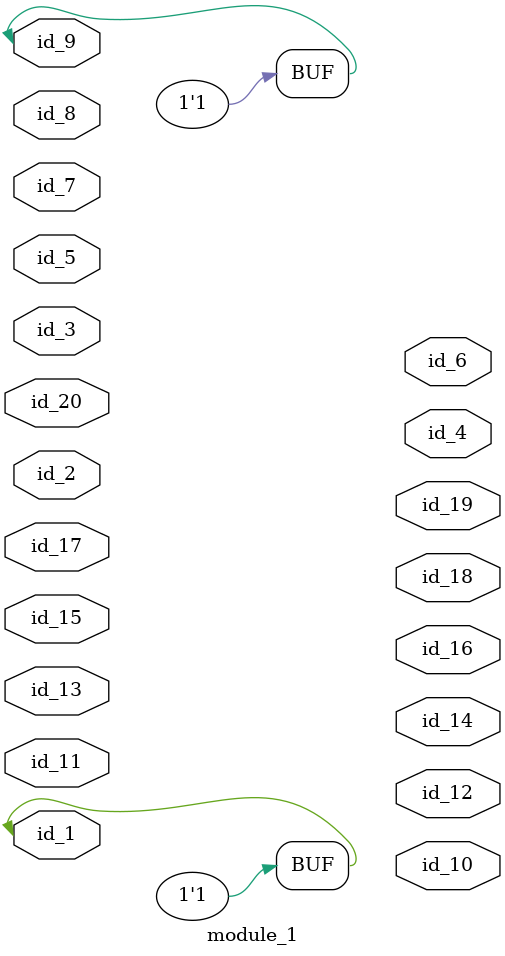
<source format=v>
module module_0 ();
  parameter id_1 = !-1'b0;
  wire id_2 = id_2;
  assign id_2 = 1;
endmodule
module module_1 (
    id_1,
    id_2,
    id_3,
    id_4,
    id_5,
    id_6,
    id_7,
    id_8,
    id_9,
    id_10,
    id_11,
    id_12,
    id_13,
    id_14,
    id_15,
    id_16,
    id_17,
    id_18,
    id_19,
    id_20
);
  inout wire id_20;
  output wire id_19;
  output wire id_18;
  input wire id_17;
  output wire id_16;
  inout wire id_15;
  output wire id_14;
  input wire id_13;
  output wire id_12;
  input wire id_11;
  output wire id_10;
  inout wire id_9;
  input wire id_8;
  inout wire id_7;
  output wire id_6;
  inout wire id_5;
  output wire id_4;
  inout wire id_3;
  module_0 modCall_1 ();
  input wire id_2;
  inout wire id_1;
  assign id_9 = -1;
  or primCall (id_1, id_11, id_13, id_15, id_17, id_2, id_20, id_3, id_5, id_7, id_8, id_9);
  wire id_21;
  wire id_22;
  ;
endmodule

</source>
